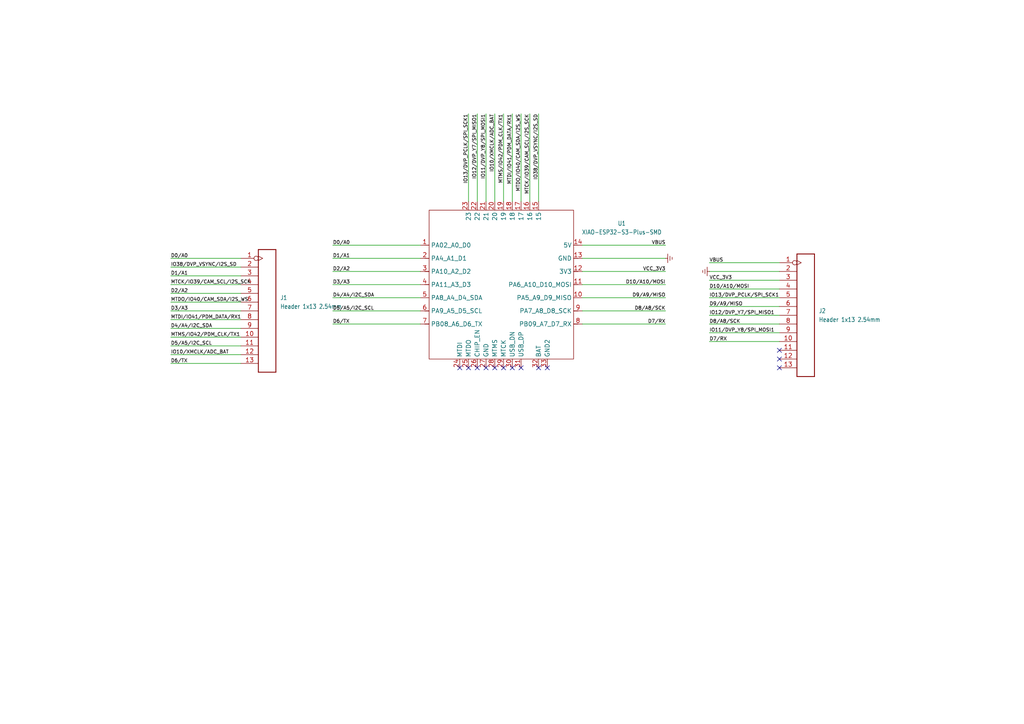
<source format=kicad_sch>
(kicad_sch
	(version 20231120)
	(generator "eeschema")
	(generator_version "8.0")
	(uuid "e02d99e3-5f77-45e9-93c4-8f328be9c463")
	(paper "A4")
	(lib_symbols
		(symbol "Connector/HEADER-11P_1"
			(exclude_from_sim no)
			(in_bom yes)
			(on_board yes)
			(property "Reference" "J1"
				(at 3.81 1.2701 0)
				(effects
					(font
						(size 1.27 1.0795)
					)
					(justify left)
				)
			)
			(property "Value" "Header 1x11 2.54mm"
				(at 3.81 -1.2699 0)
				(effects
					(font
						(size 1.27 1.0795)
					)
					(justify left)
				)
			)
			(property "Footprint" "Connector:H11-2.54-35"
				(at 0 0 0)
				(effects
					(font
						(size 1.27 1.27)
					)
					(hide yes)
				)
			)
			(property "Datasheet" ""
				(at 0 0 0)
				(effects
					(font
						(size 1.27 1.27)
					)
					(hide yes)
				)
			)
			(property "Description" "DIP Black Male Header VERT;1*11P-2.54-2.54-11.6/3.0mm"
				(at 0 0 0)
				(effects
					(font
						(size 1.27 1.27)
					)
					(hide yes)
				)
			)
			(property "Manufacturer" "思拓展"
				(at 0 0 0)
				(effects
					(font
						(size 1.27 1.27)
					)
					(hide yes)
				)
			)
			(property "MPN" ""
				(at 0 0 0)
				(effects
					(font
						(size 1.27 1.27)
					)
					(hide yes)
				)
			)
			(property "SKU" "HEADER-11P"
				(at 0 0 0)
				(effects
					(font
						(size 1.27 1.27)
					)
					(hide yes)
				)
			)
			(property "Part Type" "Header"
				(at 0 0 0)
				(effects
					(font
						(size 1.27 1.27)
					)
					(hide yes)
				)
			)
			(property "Rating" ""
				(at 0 0 0)
				(effects
					(font
						(size 1.27 1.27)
					)
				)
			)
			(property "Status" ""
				(at 0 0 0)
				(effects
					(font
						(size 1.27 1.27)
					)
					(hide yes)
				)
			)
			(property "Temperature" ""
				(at 0 0 0)
				(effects
					(font
						(size 1.27 1.27)
					)
					(hide yes)
				)
			)
			(property "Priority" ""
				(at 0 0 0)
				(effects
					(font
						(size 1.27 1.27)
					)
					(hide yes)
				)
			)
			(property "ki_fp_filters" "Connector:H11-2.54-35"
				(at 0 0 0)
				(effects
					(font
						(size 1.27 1.27)
					)
					(hide yes)
				)
			)
			(symbol "Connector/HEADER-11P_1_1_0"
				(polyline
					(pts
						(xy -2.54 -20.32) (xy -2.54 15.24)
					)
					(stroke
						(width 0.254)
						(type solid)
					)
					(fill
						(type none)
					)
				)
				(polyline
					(pts
						(xy -2.54 15.24) (xy 2.54 15.24)
					)
					(stroke
						(width 0.254)
						(type solid)
					)
					(fill
						(type none)
					)
				)
				(polyline
					(pts
						(xy 2.54 -20.32) (xy -2.54 -20.32)
					)
					(stroke
						(width 0.254)
						(type solid)
					)
					(fill
						(type none)
					)
				)
				(polyline
					(pts
						(xy 2.54 15.24) (xy 2.54 -20.32)
					)
					(stroke
						(width 0.254)
						(type solid)
					)
					(fill
						(type none)
					)
				)
				(pin passive inverted_clock
					(at -7.62 12.7 0)
					(length 5.08)
					(name "1"
						(effects
							(font
								(size 0 0)
							)
						)
					)
					(number "1"
						(effects
							(font
								(size 1.27 1.27)
							)
						)
					)
				)
				(pin passive line
					(at -7.62 -10.16 0)
					(length 5.08)
					(name "10"
						(effects
							(font
								(size 0 0)
							)
						)
					)
					(number "10"
						(effects
							(font
								(size 1.27 1.27)
							)
						)
					)
				)
				(pin passive line
					(at -7.62 -12.7 0)
					(length 5.08)
					(name "11"
						(effects
							(font
								(size 0 0)
							)
						)
					)
					(number "11"
						(effects
							(font
								(size 1.27 1.27)
							)
						)
					)
				)
				(pin passive line
					(at -7.62 -15.24 0)
					(length 5.08)
					(name "12"
						(effects
							(font
								(size 0 0)
							)
						)
					)
					(number "12"
						(effects
							(font
								(size 1.27 1.27)
							)
						)
					)
				)
				(pin passive line
					(at -7.62 -17.78 0)
					(length 5.08)
					(name "13"
						(effects
							(font
								(size 0 0)
							)
						)
					)
					(number "13"
						(effects
							(font
								(size 1.27 1.27)
							)
						)
					)
				)
				(pin passive line
					(at -7.62 10.16 0)
					(length 5.08)
					(name "2"
						(effects
							(font
								(size 0 0)
							)
						)
					)
					(number "2"
						(effects
							(font
								(size 1.27 1.27)
							)
						)
					)
				)
				(pin passive line
					(at -7.62 7.62 0)
					(length 5.08)
					(name "3"
						(effects
							(font
								(size 0 0)
							)
						)
					)
					(number "3"
						(effects
							(font
								(size 1.27 1.27)
							)
						)
					)
				)
				(pin passive line
					(at -7.62 5.08 0)
					(length 5.08)
					(name "4"
						(effects
							(font
								(size 0 0)
							)
						)
					)
					(number "4"
						(effects
							(font
								(size 1.27 1.27)
							)
						)
					)
				)
				(pin passive line
					(at -7.62 2.54 0)
					(length 5.08)
					(name "5"
						(effects
							(font
								(size 0 0)
							)
						)
					)
					(number "5"
						(effects
							(font
								(size 1.27 1.27)
							)
						)
					)
				)
				(pin passive line
					(at -7.62 0 0)
					(length 5.08)
					(name "6"
						(effects
							(font
								(size 0 0)
							)
						)
					)
					(number "6"
						(effects
							(font
								(size 1.27 1.27)
							)
						)
					)
				)
				(pin passive line
					(at -7.62 -2.54 0)
					(length 5.08)
					(name "7"
						(effects
							(font
								(size 0 0)
							)
						)
					)
					(number "7"
						(effects
							(font
								(size 1.27 1.27)
							)
						)
					)
				)
				(pin passive line
					(at -7.62 -5.08 0)
					(length 5.08)
					(name "8"
						(effects
							(font
								(size 0 0)
							)
						)
					)
					(number "8"
						(effects
							(font
								(size 1.27 1.27)
							)
						)
					)
				)
				(pin passive line
					(at -7.62 -7.62 0)
					(length 5.08)
					(name "9"
						(effects
							(font
								(size 0 0)
							)
						)
					)
					(number "9"
						(effects
							(font
								(size 1.27 1.27)
							)
						)
					)
				)
			)
		)
		(symbol "Seeed_Studio_XIAO_Series:XIAO-ESP32-S3-Plus-SMD"
			(exclude_from_sim no)
			(in_bom yes)
			(on_board yes)
			(property "Reference" "U"
				(at -21.59 24.13 0)
				(effects
					(font
						(size 1.27 1.0795)
					)
					(justify left bottom)
				)
			)
			(property "Value" "XIAO-ESP32-S3-Plus-SMD"
				(at -21.59 22.098 0)
				(effects
					(font
						(size 1.27 1.0795)
					)
					(justify left bottom)
				)
			)
			(property "Footprint" ""
				(at 0 0 0)
				(effects
					(font
						(size 1.27 1.27)
					)
					(hide yes)
				)
			)
			(property "Datasheet" ""
				(at 0 0 0)
				(effects
					(font
						(size 1.27 1.27)
					)
					(hide yes)
				)
			)
			(property "Description" ""
				(at 0 0 0)
				(effects
					(font
						(size 1.27 1.27)
					)
					(hide yes)
				)
			)
			(symbol "XIAO-ESP32-S3-Plus-SMD_0_1"
				(rectangle
					(start -21.59 21.59)
					(end 20.32 -21.59)
					(stroke
						(width 0)
						(type default)
					)
					(fill
						(type none)
					)
				)
			)
			(symbol "XIAO-ESP32-S3-Plus-SMD_1_0"
				(polyline
					(pts
						(xy -21.59 -11.43) (xy -22.86 -11.43)
					)
					(stroke
						(width 0.1524)
						(type solid)
					)
					(fill
						(type none)
					)
				)
				(polyline
					(pts
						(xy -21.59 -7.62) (xy -22.86 -7.62)
					)
					(stroke
						(width 0.1524)
						(type solid)
					)
					(fill
						(type none)
					)
				)
				(polyline
					(pts
						(xy -21.59 -3.81) (xy -22.86 -3.81)
					)
					(stroke
						(width 0.1524)
						(type solid)
					)
					(fill
						(type none)
					)
				)
				(polyline
					(pts
						(xy -21.59 0) (xy -22.86 0)
					)
					(stroke
						(width 0.1524)
						(type solid)
					)
					(fill
						(type none)
					)
				)
				(polyline
					(pts
						(xy -21.59 3.81) (xy -22.86 3.81)
					)
					(stroke
						(width 0.1524)
						(type solid)
					)
					(fill
						(type none)
					)
				)
				(polyline
					(pts
						(xy -21.59 7.62) (xy -22.86 7.62)
					)
					(stroke
						(width 0.1524)
						(type solid)
					)
					(fill
						(type none)
					)
				)
				(polyline
					(pts
						(xy -21.59 11.43) (xy -22.86 11.43)
					)
					(stroke
						(width 0.1524)
						(type solid)
					)
					(fill
						(type none)
					)
				)
				(polyline
					(pts
						(xy 21.59 -11.43) (xy 20.32 -11.43)
					)
					(stroke
						(width 0.1524)
						(type solid)
					)
					(fill
						(type none)
					)
				)
				(polyline
					(pts
						(xy 21.59 -7.62) (xy 20.32 -7.62)
					)
					(stroke
						(width 0.1524)
						(type solid)
					)
					(fill
						(type none)
					)
				)
				(polyline
					(pts
						(xy 21.59 -3.81) (xy 20.32 -3.81)
					)
					(stroke
						(width 0.1524)
						(type solid)
					)
					(fill
						(type none)
					)
				)
				(polyline
					(pts
						(xy 21.59 0) (xy 20.32 0)
					)
					(stroke
						(width 0.1524)
						(type solid)
					)
					(fill
						(type none)
					)
				)
				(polyline
					(pts
						(xy 21.59 3.81) (xy 20.32 3.81)
					)
					(stroke
						(width 0.1524)
						(type solid)
					)
					(fill
						(type none)
					)
				)
				(polyline
					(pts
						(xy 21.59 7.62) (xy 20.32 7.62)
					)
					(stroke
						(width 0.1524)
						(type solid)
					)
					(fill
						(type none)
					)
				)
				(polyline
					(pts
						(xy 21.59 11.43) (xy 20.32 11.43)
					)
					(stroke
						(width 0.1524)
						(type solid)
					)
					(fill
						(type none)
					)
				)
				(pin passive line
					(at -24.13 11.43 0)
					(length 2.54)
					(name "PA02_A0_D0"
						(effects
							(font
								(size 1.27 1.27)
							)
						)
					)
					(number "1"
						(effects
							(font
								(size 1.27 1.27)
							)
						)
					)
				)
				(pin passive line
					(at 22.86 -3.81 180)
					(length 2.54)
					(name "PA5_A9_D9_MISO"
						(effects
							(font
								(size 1.27 1.27)
							)
						)
					)
					(number "10"
						(effects
							(font
								(size 1.27 1.27)
							)
						)
					)
				)
				(pin passive line
					(at 22.86 0 180)
					(length 2.54)
					(name "PA6_A10_D10_MOSI"
						(effects
							(font
								(size 1.27 1.27)
							)
						)
					)
					(number "11"
						(effects
							(font
								(size 1.27 1.27)
							)
						)
					)
				)
				(pin passive line
					(at 22.86 3.81 180)
					(length 2.54)
					(name "3V3"
						(effects
							(font
								(size 1.27 1.27)
							)
						)
					)
					(number "12"
						(effects
							(font
								(size 1.27 1.27)
							)
						)
					)
				)
				(pin passive line
					(at 22.86 7.62 180)
					(length 2.54)
					(name "GND"
						(effects
							(font
								(size 1.27 1.27)
							)
						)
					)
					(number "13"
						(effects
							(font
								(size 1.27 1.27)
							)
						)
					)
				)
				(pin passive line
					(at 22.86 11.43 180)
					(length 2.54)
					(name "5V"
						(effects
							(font
								(size 1.27 1.27)
							)
						)
					)
					(number "14"
						(effects
							(font
								(size 1.27 1.27)
							)
						)
					)
				)
				(pin passive line
					(at -24.13 7.62 0)
					(length 2.54)
					(name "PA4_A1_D1"
						(effects
							(font
								(size 1.27 1.27)
							)
						)
					)
					(number "2"
						(effects
							(font
								(size 1.27 1.27)
							)
						)
					)
				)
				(pin passive line
					(at -24.13 3.81 0)
					(length 2.54)
					(name "PA10_A2_D2"
						(effects
							(font
								(size 1.27 1.27)
							)
						)
					)
					(number "3"
						(effects
							(font
								(size 1.27 1.27)
							)
						)
					)
				)
				(pin passive line
					(at -24.13 0 0)
					(length 2.54)
					(name "PA11_A3_D3"
						(effects
							(font
								(size 1.27 1.27)
							)
						)
					)
					(number "4"
						(effects
							(font
								(size 1.27 1.27)
							)
						)
					)
				)
				(pin passive line
					(at -24.13 -3.81 0)
					(length 2.54)
					(name "PA8_A4_D4_SDA"
						(effects
							(font
								(size 1.27 1.27)
							)
						)
					)
					(number "5"
						(effects
							(font
								(size 1.27 1.27)
							)
						)
					)
				)
				(pin passive line
					(at -24.13 -7.62 0)
					(length 2.54)
					(name "PA9_A5_D5_SCL"
						(effects
							(font
								(size 1.27 1.27)
							)
						)
					)
					(number "6"
						(effects
							(font
								(size 1.27 1.27)
							)
						)
					)
				)
				(pin passive line
					(at -24.13 -11.43 0)
					(length 2.54)
					(name "PB08_A6_D6_TX"
						(effects
							(font
								(size 1.27 1.27)
							)
						)
					)
					(number "7"
						(effects
							(font
								(size 1.27 1.27)
							)
						)
					)
				)
				(pin passive line
					(at 22.86 -11.43 180)
					(length 2.54)
					(name "PB09_A7_D7_RX"
						(effects
							(font
								(size 1.27 1.27)
							)
						)
					)
					(number "8"
						(effects
							(font
								(size 1.27 1.27)
							)
						)
					)
				)
				(pin passive line
					(at 22.86 -7.62 180)
					(length 2.54)
					(name "PA7_A8_D8_SCK"
						(effects
							(font
								(size 1.27 1.27)
							)
						)
					)
					(number "9"
						(effects
							(font
								(size 1.27 1.27)
							)
						)
					)
				)
			)
			(symbol "XIAO-ESP32-S3-Plus-SMD_1_1"
				(pin passive line
					(at 10.16 24.13 270)
					(length 2.54)
					(name "15"
						(effects
							(font
								(size 1.27 1.27)
							)
						)
					)
					(number "15"
						(effects
							(font
								(size 1.27 1.27)
							)
						)
					)
				)
				(pin passive line
					(at 7.62 24.13 270)
					(length 2.54)
					(name "16"
						(effects
							(font
								(size 1.27 1.27)
							)
						)
					)
					(number "16"
						(effects
							(font
								(size 1.27 1.27)
							)
						)
					)
				)
				(pin passive line
					(at 5.08 24.13 270)
					(length 2.54)
					(name "17"
						(effects
							(font
								(size 1.27 1.27)
							)
						)
					)
					(number "17"
						(effects
							(font
								(size 1.27 1.27)
							)
						)
					)
				)
				(pin passive line
					(at 2.54 24.13 270)
					(length 2.54)
					(name "18"
						(effects
							(font
								(size 1.27 1.27)
							)
						)
					)
					(number "18"
						(effects
							(font
								(size 1.27 1.27)
							)
						)
					)
				)
				(pin passive line
					(at 0 24.13 270)
					(length 2.54)
					(name "19"
						(effects
							(font
								(size 1.27 1.27)
							)
						)
					)
					(number "19"
						(effects
							(font
								(size 1.27 1.27)
							)
						)
					)
				)
				(pin passive line
					(at -2.54 24.13 270)
					(length 2.54)
					(name "20"
						(effects
							(font
								(size 1.27 1.27)
							)
						)
					)
					(number "20"
						(effects
							(font
								(size 1.27 1.27)
							)
						)
					)
				)
				(pin passive line
					(at -5.08 24.13 270)
					(length 2.54)
					(name "21"
						(effects
							(font
								(size 1.27 1.27)
							)
						)
					)
					(number "21"
						(effects
							(font
								(size 1.27 1.27)
							)
						)
					)
				)
				(pin passive line
					(at -7.62 24.13 270)
					(length 2.54)
					(name "22"
						(effects
							(font
								(size 1.27 1.27)
							)
						)
					)
					(number "22"
						(effects
							(font
								(size 1.27 1.27)
							)
						)
					)
				)
				(pin passive line
					(at -10.16 24.13 270)
					(length 2.54)
					(name "23"
						(effects
							(font
								(size 1.27 1.27)
							)
						)
					)
					(number "23"
						(effects
							(font
								(size 1.27 1.27)
							)
						)
					)
				)
				(pin passive line
					(at -12.7 -24.13 90)
					(length 2.54)
					(name "MTDI"
						(effects
							(font
								(size 1.27 1.27)
							)
						)
					)
					(number "24"
						(effects
							(font
								(size 1.27 1.27)
							)
						)
					)
				)
				(pin passive line
					(at -10.16 -24.13 90)
					(length 2.54)
					(name "MTDO"
						(effects
							(font
								(size 1.27 1.27)
							)
						)
					)
					(number "25"
						(effects
							(font
								(size 1.27 1.27)
							)
						)
					)
				)
				(pin passive line
					(at -7.62 -24.13 90)
					(length 2.54)
					(name "CHIP_EN"
						(effects
							(font
								(size 1.27 1.27)
							)
						)
					)
					(number "26"
						(effects
							(font
								(size 1.27 1.27)
							)
						)
					)
				)
				(pin passive line
					(at -5.08 -24.13 90)
					(length 2.54)
					(name "GND"
						(effects
							(font
								(size 1.27 1.27)
							)
						)
					)
					(number "27"
						(effects
							(font
								(size 1.27 1.27)
							)
						)
					)
				)
				(pin passive line
					(at -2.54 -24.13 90)
					(length 2.54)
					(name "MTMS"
						(effects
							(font
								(size 1.27 1.27)
							)
						)
					)
					(number "28"
						(effects
							(font
								(size 1.27 1.27)
							)
						)
					)
				)
				(pin passive line
					(at 0 -24.13 90)
					(length 2.54)
					(name "MTCK"
						(effects
							(font
								(size 1.27 1.27)
							)
						)
					)
					(number "29"
						(effects
							(font
								(size 1.27 1.27)
							)
						)
					)
				)
				(pin passive line
					(at 2.54 -24.13 90)
					(length 2.54)
					(name "USB_DN"
						(effects
							(font
								(size 1.27 1.27)
							)
						)
					)
					(number "30"
						(effects
							(font
								(size 1.27 1.27)
							)
						)
					)
				)
				(pin passive line
					(at 5.08 -24.13 90)
					(length 2.54)
					(name "USB_DP"
						(effects
							(font
								(size 1.27 1.27)
							)
						)
					)
					(number "31"
						(effects
							(font
								(size 1.27 1.27)
							)
						)
					)
				)
				(pin passive line
					(at 10.16 -24.13 90)
					(length 2.54)
					(name "BAT"
						(effects
							(font
								(size 1.27 1.27)
							)
						)
					)
					(number "32"
						(effects
							(font
								(size 1.27 1.27)
							)
						)
					)
				)
				(pin passive line
					(at 12.7 -24.13 90)
					(length 2.54)
					(name "GND2"
						(effects
							(font
								(size 1.27 1.27)
							)
						)
					)
					(number "33"
						(effects
							(font
								(size 1.27 1.27)
							)
						)
					)
				)
			)
		)
		(symbol "XIAO ESP32S3_v1.2_230725-eagle-import:GND_POWER"
			(power)
			(exclude_from_sim no)
			(in_bom yes)
			(on_board yes)
			(property "Reference" "#G"
				(at 0 0 0)
				(effects
					(font
						(size 1.27 1.27)
					)
					(hide yes)
				)
			)
			(property "Value" ""
				(at 0 0 0)
				(effects
					(font
						(size 1.27 1.27)
					)
					(hide yes)
				)
			)
			(property "Footprint" ""
				(at 0 0 0)
				(effects
					(font
						(size 1.27 1.27)
					)
					(hide yes)
				)
			)
			(property "Datasheet" ""
				(at 0 0 0)
				(effects
					(font
						(size 1.27 1.27)
					)
					(hide yes)
				)
			)
			(property "Description" ""
				(at 0 0 0)
				(effects
					(font
						(size 1.27 1.27)
					)
					(hide yes)
				)
			)
			(property "ki_locked" ""
				(at 0 0 0)
				(effects
					(font
						(size 1.27 1.27)
					)
				)
			)
			(symbol "GND_POWER_1_0"
				(polyline
					(pts
						(xy -1.27 -0.635) (xy 0 -0.635)
					)
					(stroke
						(width 0.1524)
						(type solid)
					)
					(fill
						(type none)
					)
				)
				(polyline
					(pts
						(xy -0.635 -1.27) (xy 0.635 -1.27)
					)
					(stroke
						(width 0.1524)
						(type solid)
					)
					(fill
						(type none)
					)
				)
				(polyline
					(pts
						(xy -0.3175 -1.905) (xy 0.3175 -1.905)
					)
					(stroke
						(width 0.1524)
						(type solid)
					)
					(fill
						(type none)
					)
				)
				(polyline
					(pts
						(xy 0 -0.635) (xy 1.27 -0.635)
					)
					(stroke
						(width 0.1524)
						(type solid)
					)
					(fill
						(type none)
					)
				)
				(polyline
					(pts
						(xy 0 0) (xy 0 -0.635)
					)
					(stroke
						(width 0.1524)
						(type solid)
					)
					(fill
						(type none)
					)
				)
				(pin power_in line
					(at 0 0 270)
					(length 0)
					(name "GND"
						(effects
							(font
								(size 0 0)
							)
						)
					)
					(number "1"
						(effects
							(font
								(size 0 0)
							)
						)
					)
				)
			)
		)
	)
	(no_connect
		(at 140.97 106.68)
		(uuid "11250020-525d-41e1-b7ac-28b94b603bd9")
	)
	(no_connect
		(at 226.06 104.14)
		(uuid "187d3671-a82b-447e-8d04-ef500a650536")
	)
	(no_connect
		(at 148.59 106.68)
		(uuid "53505aa5-9113-4c9a-9862-34c729289614")
	)
	(no_connect
		(at 156.21 106.68)
		(uuid "a0d9f141-1c33-4b9b-9603-74cdcae866d9")
	)
	(no_connect
		(at 158.75 106.68)
		(uuid "a23966e1-e901-42d7-87d7-6f1be7bbfeb5")
	)
	(no_connect
		(at 146.05 106.68)
		(uuid "c127c40f-6202-40de-8bdd-204f3cc3d520")
	)
	(no_connect
		(at 133.35 106.68)
		(uuid "cfdd12b5-c918-484b-89ac-bc489fb2cfa7")
	)
	(no_connect
		(at 135.89 106.68)
		(uuid "dba1694a-26c0-4afc-9e5f-5b8ecb3f4461")
	)
	(no_connect
		(at 151.13 106.68)
		(uuid "ddd78537-84e3-47a3-87a5-0c9ffe666c58")
	)
	(no_connect
		(at 138.43 106.68)
		(uuid "e90155f8-9be3-436c-affc-b54155721866")
	)
	(no_connect
		(at 143.51 106.68)
		(uuid "ea196616-c2b7-4bd5-9c96-f2b245a5bb16")
	)
	(no_connect
		(at 226.06 106.68)
		(uuid "f04c359c-3041-4be5-a3bb-00915b6b5a4c")
	)
	(no_connect
		(at 226.06 101.6)
		(uuid "f336e22b-bfe1-4abd-b9f0-90cfce61480d")
	)
	(wire
		(pts
			(xy 49.53 77.47) (xy 69.85 77.47)
		)
		(stroke
			(width 0)
			(type default)
		)
		(uuid "03695bad-f3f8-4e84-88fb-66e7022cba66")
	)
	(wire
		(pts
			(xy 49.53 95.25) (xy 69.85 95.25)
		)
		(stroke
			(width 0)
			(type default)
		)
		(uuid "094e476b-9f02-4cc0-9e3f-889fc063d993")
	)
	(wire
		(pts
			(xy 135.89 58.42) (xy 135.89 33.02)
		)
		(stroke
			(width 0)
			(type default)
		)
		(uuid "0ab99f06-1306-4365-8011-1337079d9a41")
	)
	(wire
		(pts
			(xy 168.91 71.12) (xy 193.04 71.12)
		)
		(stroke
			(width 0)
			(type default)
		)
		(uuid "0beb93e3-aa72-431b-a63b-00081cbb3e82")
	)
	(wire
		(pts
			(xy 148.59 33.02) (xy 148.59 58.42)
		)
		(stroke
			(width 0)
			(type default)
		)
		(uuid "1fc17fae-afb3-4007-8505-e9dfbd72e188")
	)
	(wire
		(pts
			(xy 146.05 33.02) (xy 146.05 58.42)
		)
		(stroke
			(width 0)
			(type default)
		)
		(uuid "25d6d794-7b14-4033-b7fa-23b0b4e4ca4a")
	)
	(wire
		(pts
			(xy 49.53 100.33) (xy 69.85 100.33)
		)
		(stroke
			(width 0)
			(type default)
		)
		(uuid "28ae6cb8-93d7-4459-b78f-e3ce11499e04")
	)
	(wire
		(pts
			(xy 168.91 90.17) (xy 193.04 90.17)
		)
		(stroke
			(width 0)
			(type default)
		)
		(uuid "340273d8-4ddf-496c-91e2-8dce1f901e34")
	)
	(wire
		(pts
			(xy 205.74 78.74) (xy 226.06 78.74)
		)
		(stroke
			(width 0)
			(type default)
		)
		(uuid "34181263-4659-44f3-adeb-a06ef5baac98")
	)
	(wire
		(pts
			(xy 49.53 90.17) (xy 69.85 90.17)
		)
		(stroke
			(width 0)
			(type default)
		)
		(uuid "3537e569-159a-4407-94dd-d0ccf9a75377")
	)
	(wire
		(pts
			(xy 205.74 81.28) (xy 226.06 81.28)
		)
		(stroke
			(width 0)
			(type default)
		)
		(uuid "3c8e71e9-88b1-4991-b3ec-8ccd2388401e")
	)
	(wire
		(pts
			(xy 96.52 71.12) (xy 121.92 71.12)
		)
		(stroke
			(width 0)
			(type default)
		)
		(uuid "46b05a31-cafb-4128-a676-f2654d4087ac")
	)
	(wire
		(pts
			(xy 49.53 82.55) (xy 69.85 82.55)
		)
		(stroke
			(width 0)
			(type default)
		)
		(uuid "4835de4d-df47-438c-8f31-0e755cce7371")
	)
	(wire
		(pts
			(xy 205.74 83.82) (xy 226.06 83.82)
		)
		(stroke
			(width 0)
			(type default)
		)
		(uuid "4ade7d2a-2ece-4195-b0b8-d48726276bd8")
	)
	(wire
		(pts
			(xy 49.53 105.41) (xy 69.85 105.41)
		)
		(stroke
			(width 0)
			(type default)
		)
		(uuid "549599ba-b440-434c-9547-654bf34a3a04")
	)
	(wire
		(pts
			(xy 205.74 76.2) (xy 226.06 76.2)
		)
		(stroke
			(width 0)
			(type default)
		)
		(uuid "6ea90741-1e39-46ff-81b6-5beefe6d75f0")
	)
	(wire
		(pts
			(xy 205.74 86.36) (xy 226.06 86.36)
		)
		(stroke
			(width 0)
			(type default)
		)
		(uuid "6fd2d412-66c1-417e-81c8-f150cd7ce16c")
	)
	(wire
		(pts
			(xy 205.74 93.98) (xy 226.06 93.98)
		)
		(stroke
			(width 0)
			(type default)
		)
		(uuid "6fe331f8-5225-4e8d-af4c-2233ff48181b")
	)
	(wire
		(pts
			(xy 168.91 74.93) (xy 193.04 74.93)
		)
		(stroke
			(width 0)
			(type default)
		)
		(uuid "7b374f49-806a-4f1e-a94a-a6d92cb3e2bd")
	)
	(wire
		(pts
			(xy 49.53 97.79) (xy 69.85 97.79)
		)
		(stroke
			(width 0)
			(type default)
		)
		(uuid "81d42e9f-195e-4e3a-bf06-86f2a4a0ad25")
	)
	(wire
		(pts
			(xy 151.13 33.02) (xy 151.13 58.42)
		)
		(stroke
			(width 0)
			(type default)
		)
		(uuid "86f8dec7-8b7f-4cb5-b24c-19fb7a043bea")
	)
	(wire
		(pts
			(xy 205.74 96.52) (xy 226.06 96.52)
		)
		(stroke
			(width 0)
			(type default)
		)
		(uuid "8a64fd13-8023-453c-8eae-eadfe15187a5")
	)
	(wire
		(pts
			(xy 96.52 74.93) (xy 121.92 74.93)
		)
		(stroke
			(width 0)
			(type default)
		)
		(uuid "8d0a35d7-8e61-42a5-be46-61748e2f90b2")
	)
	(wire
		(pts
			(xy 96.52 90.17) (xy 121.92 90.17)
		)
		(stroke
			(width 0)
			(type default)
		)
		(uuid "95acc18c-e606-43b5-af1f-2dc84582e0bd")
	)
	(wire
		(pts
			(xy 143.51 33.02) (xy 143.51 58.42)
		)
		(stroke
			(width 0)
			(type default)
		)
		(uuid "9a2e04c0-7413-4974-a070-670b649ba7f6")
	)
	(wire
		(pts
			(xy 49.53 87.63) (xy 69.85 87.63)
		)
		(stroke
			(width 0)
			(type default)
		)
		(uuid "9a4326e2-2261-4ea0-96a9-676077551a2b")
	)
	(wire
		(pts
			(xy 96.52 93.98) (xy 121.92 93.98)
		)
		(stroke
			(width 0)
			(type default)
		)
		(uuid "9bb4d014-d27d-4c95-a1ed-c49626fb2efc")
	)
	(wire
		(pts
			(xy 205.74 99.06) (xy 226.06 99.06)
		)
		(stroke
			(width 0)
			(type default)
		)
		(uuid "a1c14648-4b00-4e9c-9623-71e077a8eb47")
	)
	(wire
		(pts
			(xy 168.91 93.98) (xy 193.04 93.98)
		)
		(stroke
			(width 0)
			(type default)
		)
		(uuid "a5ee16ff-fd4d-42c2-8dc3-59d9aec1a5bc")
	)
	(wire
		(pts
			(xy 49.53 102.87) (xy 69.85 102.87)
		)
		(stroke
			(width 0)
			(type default)
		)
		(uuid "a7f0dd50-20c5-45b6-a841-6bb5f4cf9eba")
	)
	(wire
		(pts
			(xy 49.53 92.71) (xy 69.85 92.71)
		)
		(stroke
			(width 0)
			(type default)
		)
		(uuid "b43eb940-94d6-41ad-983a-60f1a5bd292e")
	)
	(wire
		(pts
			(xy 153.67 33.02) (xy 153.67 58.42)
		)
		(stroke
			(width 0)
			(type default)
		)
		(uuid "bd0da5d2-d9a2-47a7-bf82-f3bbe25ae0cd")
	)
	(wire
		(pts
			(xy 205.74 88.9) (xy 226.06 88.9)
		)
		(stroke
			(width 0)
			(type default)
		)
		(uuid "bf245e07-04f8-4053-9ee6-e90cf29f65a1")
	)
	(wire
		(pts
			(xy 138.43 58.42) (xy 138.43 33.02)
		)
		(stroke
			(width 0)
			(type default)
		)
		(uuid "c721e2d5-75d2-429f-9e78-524bc86d5087")
	)
	(wire
		(pts
			(xy 205.74 91.44) (xy 226.06 91.44)
		)
		(stroke
			(width 0)
			(type default)
		)
		(uuid "cb11795a-16b3-4e32-a5e8-425b140e2627")
	)
	(wire
		(pts
			(xy 96.52 82.55) (xy 121.92 82.55)
		)
		(stroke
			(width 0)
			(type default)
		)
		(uuid "d397e954-d85b-4cbf-8468-ca4b866deb97")
	)
	(wire
		(pts
			(xy 168.91 86.36) (xy 193.04 86.36)
		)
		(stroke
			(width 0)
			(type default)
		)
		(uuid "d4492ba4-b322-4c8f-979a-064068bba0d5")
	)
	(wire
		(pts
			(xy 168.91 82.55) (xy 193.04 82.55)
		)
		(stroke
			(width 0)
			(type default)
		)
		(uuid "d4d8153b-83e1-4682-ad14-da03ba1027de")
	)
	(wire
		(pts
			(xy 96.52 86.36) (xy 121.92 86.36)
		)
		(stroke
			(width 0)
			(type default)
		)
		(uuid "d6132bf1-86a6-486f-a0a6-d709344a094a")
	)
	(wire
		(pts
			(xy 49.53 74.93) (xy 69.85 74.93)
		)
		(stroke
			(width 0)
			(type default)
		)
		(uuid "d8c71ad3-b652-40a4-96b7-c041d64496ad")
	)
	(wire
		(pts
			(xy 49.53 80.01) (xy 69.85 80.01)
		)
		(stroke
			(width 0)
			(type default)
		)
		(uuid "dafc380b-616c-42e3-ae9f-ed17dc0b53e9")
	)
	(wire
		(pts
			(xy 168.91 78.74) (xy 193.04 78.74)
		)
		(stroke
			(width 0)
			(type default)
		)
		(uuid "e166f82d-e877-4ff2-bbab-acc2ccdea5c3")
	)
	(wire
		(pts
			(xy 96.52 78.74) (xy 121.92 78.74)
		)
		(stroke
			(width 0)
			(type default)
		)
		(uuid "e56ab70c-67a1-4d56-b013-e57a0f567332")
	)
	(wire
		(pts
			(xy 156.21 33.02) (xy 156.21 58.42)
		)
		(stroke
			(width 0)
			(type default)
		)
		(uuid "efbe0955-3783-447a-9f62-d03e0bc5a6c7")
	)
	(wire
		(pts
			(xy 140.97 58.42) (xy 140.97 33.02)
		)
		(stroke
			(width 0)
			(type default)
		)
		(uuid "f4b22c8d-2651-41f9-8db0-ab6a75103e98")
	)
	(wire
		(pts
			(xy 49.53 85.09) (xy 69.85 85.09)
		)
		(stroke
			(width 0)
			(type default)
		)
		(uuid "fc2537a1-6498-4ee2-bf38-4be2e619dbd8")
	)
	(label "VBUS"
		(at 193.04 71.12 180)
		(fields_autoplaced yes)
		(effects
			(font
				(size 1 1)
			)
			(justify right bottom)
		)
		(uuid "01f04e51-246a-4afa-8be5-bfe84c1a8cc8")
	)
	(label "MTDI{slash}IO41{slash}PDM_DATA{slash}RX1"
		(at 148.59 33.02 270)
		(fields_autoplaced yes)
		(effects
			(font
				(size 1 1)
			)
			(justify right bottom)
		)
		(uuid "03c8320d-f2d4-4e0e-8214-b2a7a98f2b42")
	)
	(label "D4{slash}A4{slash}I2C_SDA"
		(at 49.53 95.25 0)
		(fields_autoplaced yes)
		(effects
			(font
				(size 1 1)
			)
			(justify left bottom)
		)
		(uuid "06d0df73-0632-47a1-a2e0-25868e6147cf")
	)
	(label "D3{slash}A3"
		(at 96.52 82.55 0)
		(fields_autoplaced yes)
		(effects
			(font
				(size 1 1)
			)
			(justify left bottom)
		)
		(uuid "131f3130-e29e-42f6-82f5-fab23df70d7c")
	)
	(label "IO10{slash}XMCLK{slash}ADC_BAT"
		(at 49.53 102.87 0)
		(fields_autoplaced yes)
		(effects
			(font
				(size 1 1)
			)
			(justify left bottom)
		)
		(uuid "1b9c21b0-c89b-41c6-b34e-4130a30675e1")
	)
	(label "IO11{slash}DVP_Y8{slash}SPI_MOSI1"
		(at 140.97 33.02 270)
		(fields_autoplaced yes)
		(effects
			(font
				(size 1 1)
			)
			(justify right bottom)
		)
		(uuid "1bb63860-f117-4c4a-88e4-92b44d2b3883")
	)
	(label "D0{slash}A0"
		(at 96.52 71.12 0)
		(fields_autoplaced yes)
		(effects
			(font
				(size 1 1)
			)
			(justify left bottom)
		)
		(uuid "2110bc0d-3619-49fb-adb2-733d78dc0141")
	)
	(label "MTDI{slash}IO41{slash}PDM_DATA{slash}RX1"
		(at 49.53 92.71 0)
		(fields_autoplaced yes)
		(effects
			(font
				(size 1 1)
			)
			(justify left bottom)
		)
		(uuid "236b904c-8db2-4e48-b810-a6213d39afd2")
	)
	(label "D7{slash}RX"
		(at 205.74 99.06 0)
		(fields_autoplaced yes)
		(effects
			(font
				(size 1 1)
			)
			(justify left bottom)
		)
		(uuid "23b23f11-0c95-4a23-9fc3-5b63db0e2b7f")
	)
	(label "D6{slash}TX"
		(at 49.53 105.41 0)
		(fields_autoplaced yes)
		(effects
			(font
				(size 1 1)
			)
			(justify left bottom)
		)
		(uuid "258055aa-0df3-46b6-a0bd-29ae1acddbc6")
	)
	(label "D1{slash}A1"
		(at 49.53 80.01 0)
		(fields_autoplaced yes)
		(effects
			(font
				(size 1 1)
			)
			(justify left bottom)
		)
		(uuid "2c0981f8-b2c3-4940-af01-35dfb6abf092")
	)
	(label "D4{slash}A4{slash}I2C_SDA"
		(at 96.52 86.36 0)
		(fields_autoplaced yes)
		(effects
			(font
				(size 1 1)
			)
			(justify left bottom)
		)
		(uuid "2f056ea8-e49f-4559-8905-ff54884950f1")
	)
	(label "D7{slash}RX"
		(at 193.04 93.98 180)
		(fields_autoplaced yes)
		(effects
			(font
				(size 1 1)
			)
			(justify right bottom)
		)
		(uuid "39c59f6f-b667-461a-87b8-9ded76b3c2df")
	)
	(label "D1{slash}A1"
		(at 96.52 74.93 0)
		(fields_autoplaced yes)
		(effects
			(font
				(size 1 1)
			)
			(justify left bottom)
		)
		(uuid "3c487695-6b29-4011-9945-68cd7187aec7")
	)
	(label "IO11{slash}DVP_Y8{slash}SPI_MOSI1"
		(at 205.74 96.52 0)
		(fields_autoplaced yes)
		(effects
			(font
				(size 1 1)
			)
			(justify left bottom)
		)
		(uuid "43476628-6e49-47b3-a3c4-efb115768600")
	)
	(label "D9{slash}A9{slash}MISO"
		(at 193.04 86.36 180)
		(fields_autoplaced yes)
		(effects
			(font
				(size 1 1)
			)
			(justify right bottom)
		)
		(uuid "46e46c22-bb31-4fea-a74b-362ea2233a42")
	)
	(label "IO38{slash}DVP_VSYNC{slash}I2S_SD"
		(at 156.21 33.02 270)
		(fields_autoplaced yes)
		(effects
			(font
				(size 1 1)
			)
			(justify right bottom)
		)
		(uuid "4eb90ddf-1d7b-41a7-b008-0d9838147a65")
	)
	(label "D8{slash}A8{slash}SCK"
		(at 193.04 90.17 180)
		(fields_autoplaced yes)
		(effects
			(font
				(size 1 1)
			)
			(justify right bottom)
		)
		(uuid "546197d2-1b57-434d-b83b-f537ac1ee4be")
	)
	(label "D0{slash}A0"
		(at 49.53 74.93 0)
		(fields_autoplaced yes)
		(effects
			(font
				(size 1 1)
			)
			(justify left bottom)
		)
		(uuid "5e204b48-f860-486c-96f8-d6c9dcdf7b28")
	)
	(label "VBUS"
		(at 205.74 76.2 0)
		(fields_autoplaced yes)
		(effects
			(font
				(size 1 1)
			)
			(justify left bottom)
		)
		(uuid "600866a3-3dd9-4ba0-af38-2e6eedf48cd9")
	)
	(label "D3{slash}A3"
		(at 49.53 90.17 0)
		(fields_autoplaced yes)
		(effects
			(font
				(size 1 1)
			)
			(justify left bottom)
		)
		(uuid "6363aa68-de16-46a9-ac7d-a51bb119222b")
	)
	(label "MTCK{slash}IO39{slash}CAM_SCL{slash}I2S_SCK"
		(at 153.67 33.02 270)
		(fields_autoplaced yes)
		(effects
			(font
				(size 1 1)
			)
			(justify right bottom)
		)
		(uuid "65a5a454-d71b-4fbf-807d-0cc983172a91")
	)
	(label "MTDO{slash}IO40{slash}CAM_SDA{slash}I2S_WS"
		(at 49.53 87.63 0)
		(fields_autoplaced yes)
		(effects
			(font
				(size 1 1)
			)
			(justify left bottom)
		)
		(uuid "6f80afb7-c98b-45c9-9f81-70d3c6daf307")
	)
	(label "MTMS{slash}IO42{slash}PDM_CLK{slash}TX1"
		(at 146.05 33.02 270)
		(fields_autoplaced yes)
		(effects
			(font
				(size 1 1)
			)
			(justify right bottom)
		)
		(uuid "7a14828b-ca23-47f6-88c9-2747e41dfdf7")
	)
	(label "IO12{slash}DVP_Y7{slash}SPI_MISO1"
		(at 138.43 33.02 270)
		(fields_autoplaced yes)
		(effects
			(font
				(size 1 1)
			)
			(justify right bottom)
		)
		(uuid "7be0c6b9-3442-4c56-a397-51e87023e2bb")
	)
	(label "IO38{slash}DVP_VSYNC{slash}I2S_SD"
		(at 49.53 77.47 0)
		(fields_autoplaced yes)
		(effects
			(font
				(size 1 1)
			)
			(justify left bottom)
		)
		(uuid "9266be4e-8875-4aae-a7a2-cbc7483fb2fe")
	)
	(label "MTMS{slash}IO42{slash}PDM_CLK{slash}TX1"
		(at 49.53 97.79 0)
		(fields_autoplaced yes)
		(effects
			(font
				(size 1 1)
			)
			(justify left bottom)
		)
		(uuid "94061533-46ae-4a8f-b2af-d9c706495a7f")
	)
	(label "D10{slash}A10{slash}MOSI"
		(at 205.74 83.82 0)
		(fields_autoplaced yes)
		(effects
			(font
				(size 1 1)
			)
			(justify left bottom)
		)
		(uuid "97df7d22-94b8-42de-94ee-538fd9059324")
	)
	(label "IO12{slash}DVP_Y7{slash}SPI_MISO1"
		(at 205.74 91.44 0)
		(fields_autoplaced yes)
		(effects
			(font
				(size 1 1)
			)
			(justify left bottom)
		)
		(uuid "a0f54a21-73a8-4ff1-bb5c-c88f64d60bf9")
	)
	(label "D2{slash}A2"
		(at 49.53 85.09 0)
		(fields_autoplaced yes)
		(effects
			(font
				(size 1 1)
			)
			(justify left bottom)
		)
		(uuid "ab7652eb-33d9-4467-8ba2-dcdebcef7792")
	)
	(label "VCC_3V3"
		(at 193.04 78.74 180)
		(fields_autoplaced yes)
		(effects
			(font
				(size 1 1)
			)
			(justify right bottom)
		)
		(uuid "b5d69fb0-4b3b-4301-ae54-daaadf6eacc8")
	)
	(label "D6{slash}TX"
		(at 96.52 93.98 0)
		(fields_autoplaced yes)
		(effects
			(font
				(size 1 1)
			)
			(justify left bottom)
		)
		(uuid "bdfc9f50-333a-442e-8c5d-1bbbbc0a5256")
	)
	(label "D5{slash}A5{slash}I2C_SCL"
		(at 96.52 90.17 0)
		(fields_autoplaced yes)
		(effects
			(font
				(size 1 1)
			)
			(justify left bottom)
		)
		(uuid "be74310c-ddb0-47b4-a2b0-a7ea8c64d940")
	)
	(label "IO13{slash}DVP_PCLK{slash}SPI_SCK1"
		(at 135.89 33.02 270)
		(fields_autoplaced yes)
		(effects
			(font
				(size 1 1)
			)
			(justify right bottom)
		)
		(uuid "c1c98a23-fb37-410d-98ef-a7fa78316983")
	)
	(label "D10{slash}A10{slash}MOSI"
		(at 193.04 82.55 180)
		(fields_autoplaced yes)
		(effects
			(font
				(size 1 1)
			)
			(justify right bottom)
		)
		(uuid "cab879e0-0575-4c6f-ba8d-3c8ff705818c")
	)
	(label "D8{slash}A8{slash}SCK"
		(at 205.74 93.98 0)
		(fields_autoplaced yes)
		(effects
			(font
				(size 1 1)
			)
			(justify left bottom)
		)
		(uuid "cb45b73f-c08e-4a8d-8b51-aaf419b6cf55")
	)
	(label "IO13{slash}DVP_PCLK{slash}SPI_SCK1"
		(at 205.74 86.36 0)
		(fields_autoplaced yes)
		(effects
			(font
				(size 1 1)
			)
			(justify left bottom)
		)
		(uuid "d4227f81-bb0c-4891-aa12-4e549db804ee")
	)
	(label "IO10{slash}XMCLK{slash}ADC_BAT"
		(at 143.51 33.02 270)
		(fields_autoplaced yes)
		(effects
			(font
				(size 1 1)
			)
			(justify right bottom)
		)
		(uuid "d679674c-f27f-45c4-a587-b78b98f36822")
	)
	(label "MTCK{slash}IO39{slash}CAM_SCL{slash}I2S_SCK"
		(at 49.53 82.55 0)
		(fields_autoplaced yes)
		(effects
			(font
				(size 1 1)
			)
			(justify left bottom)
		)
		(uuid "d78056ea-70e1-4a2c-a7db-85bbdd541410")
	)
	(label "VCC_3V3"
		(at 205.74 81.28 0)
		(fields_autoplaced yes)
		(effects
			(font
				(size 1 1)
			)
			(justify left bottom)
		)
		(uuid "d8562740-87b3-45ab-a52b-c9f3505f2e51")
	)
	(label "D9{slash}A9{slash}MISO"
		(at 205.74 88.9 0)
		(fields_autoplaced yes)
		(effects
			(font
				(size 1 1)
			)
			(justify left bottom)
		)
		(uuid "de064e18-4c5f-426b-b07a-ed7fb2ae7fe2")
	)
	(label "D5{slash}A5{slash}I2C_SCL"
		(at 49.53 100.33 0)
		(fields_autoplaced yes)
		(effects
			(font
				(size 1 1)
			)
			(justify left bottom)
		)
		(uuid "e06f174b-7588-46da-8aa7-fd5d8813ba43")
	)
	(label "MTDO{slash}IO40{slash}CAM_SDA{slash}I2S_WS"
		(at 151.13 33.02 270)
		(fields_autoplaced yes)
		(effects
			(font
				(size 1 1)
			)
			(justify right bottom)
		)
		(uuid "e3cbb464-28ac-46ea-b085-05a7d5fb9932")
	)
	(label "D2{slash}A2"
		(at 96.52 78.74 0)
		(fields_autoplaced yes)
		(effects
			(font
				(size 1 1)
			)
			(justify left bottom)
		)
		(uuid "f2791f1c-c623-4776-9eef-2fb8a70e3608")
	)
	(symbol
		(lib_name "Connector/HEADER-11P_1")
		(lib_id "libdb:Connector/HEADER-11P")
		(at 233.68 88.9 0)
		(unit 1)
		(exclude_from_sim no)
		(in_bom yes)
		(on_board yes)
		(dnp no)
		(fields_autoplaced yes)
		(uuid "01c2c07e-b8f7-48fb-868a-6b8f86c2656d")
		(property "Reference" "J2"
			(at 237.49 90.1699 0)
			(effects
				(font
					(size 1.27 1.0795)
				)
				(justify left)
			)
		)
		(property "Value" "Header 1x13 2.54mm"
			(at 237.49 92.7099 0)
			(effects
				(font
					(size 1.27 1.0795)
				)
				(justify left)
			)
		)
		(property "Footprint" "Connector:H13-2.54-35"
			(at 233.68 88.9 0)
			(effects
				(font
					(size 1.27 1.27)
				)
				(hide yes)
			)
		)
		(property "Datasheet" ""
			(at 233.68 88.9 0)
			(effects
				(font
					(size 1.27 1.27)
				)
				(hide yes)
			)
		)
		(property "Description" "DIP Black Male Header VERT;1*13P-2.54-2.54-11.6/3.0mm"
			(at 233.68 88.9 0)
			(effects
				(font
					(size 1.27 1.27)
				)
				(hide yes)
			)
		)
		(property "Manufacturer" "思拓展"
			(at 233.68 88.9 0)
			(effects
				(font
					(size 1.27 1.27)
				)
				(hide yes)
			)
		)
		(property "MPN" ""
			(at 233.68 88.9 0)
			(effects
				(font
					(size 1.27 1.27)
				)
				(hide yes)
			)
		)
		(property "SKU" "HEADER-11P"
			(at 233.68 88.9 0)
			(effects
				(font
					(size 1.27 1.27)
				)
				(hide yes)
			)
		)
		(property "Part Type" "Header"
			(at 233.68 88.9 0)
			(effects
				(font
					(size 1.27 1.27)
				)
				(hide yes)
			)
		)
		(property "Rating" ""
			(at 233.68 88.9 0)
			(effects
				(font
					(size 1.27 1.27)
				)
			)
		)
		(property "Status" ""
			(at 233.68 88.9 0)
			(effects
				(font
					(size 1.27 1.27)
				)
				(hide yes)
			)
		)
		(property "Temperature" ""
			(at 233.68 88.9 0)
			(effects
				(font
					(size 1.27 1.27)
				)
				(hide yes)
			)
		)
		(property "Priority" ""
			(at 233.68 88.9 0)
			(effects
				(font
					(size 1.27 1.27)
				)
				(hide yes)
			)
		)
		(pin "1"
			(uuid "49337dfd-543a-42d8-be56-54a2de60b239")
		)
		(pin "10"
			(uuid "832e8649-198f-4888-a2ab-85a5223c640f")
		)
		(pin "11"
			(uuid "9c24f36c-f566-4ce7-b0b1-7b3fa368920d")
		)
		(pin "5"
			(uuid "4a21f0c7-128e-41be-9658-70c55afec945")
		)
		(pin "2"
			(uuid "567fee65-21a8-4984-ac54-cb6d1ecf0892")
		)
		(pin "9"
			(uuid "0252b8fb-ca28-4973-be33-6b50296920d7")
		)
		(pin "4"
			(uuid "ff8ead34-e890-4358-8b10-1c5983057dd2")
		)
		(pin "8"
			(uuid "d561263c-d472-40e7-9193-d00db6c80379")
		)
		(pin "3"
			(uuid "c0ff06d4-ee80-4ded-9bbe-5c5add5367d4")
		)
		(pin "6"
			(uuid "04f66bee-763f-4b3c-869b-62d1323c8276")
		)
		(pin "7"
			(uuid "47cffd66-11c4-4ee3-b326-ceba0018c2a8")
		)
		(pin "13"
			(uuid "018b0b85-23e5-4ac6-a363-d59b4d8d5867")
		)
		(pin "12"
			(uuid "8c4f232b-7cc8-4cae-9bff-3e23a3b5c00c")
		)
		(instances
			(project "XIAO Plus Base2 V1.0"
				(path "/e02d99e3-5f77-45e9-93c4-8f328be9c463"
					(reference "J2")
					(unit 1)
				)
			)
		)
	)
	(symbol
		(lib_id "XIAO ESP32S3_v1.2_230725-eagle-import:GND_POWER")
		(at 193.04 74.93 90)
		(unit 1)
		(exclude_from_sim no)
		(in_bom yes)
		(on_board yes)
		(dnp no)
		(uuid "04700570-9307-49ea-a79d-4f424d1f98e3")
		(property "Reference" "#G05"
			(at 193.04 74.93 0)
			(effects
				(font
					(size 1.27 1.27)
				)
				(hide yes)
			)
		)
		(property "Value" "GND_POWER"
			(at 193.04 74.93 0)
			(effects
				(font
					(size 1.27 1.27)
				)
				(hide yes)
			)
		)
		(property "Footprint" ""
			(at 193.04 74.93 0)
			(effects
				(font
					(size 1 1)
				)
				(hide yes)
			)
		)
		(property "Datasheet" ""
			(at 193.04 74.93 0)
			(effects
				(font
					(size 1 1)
				)
				(hide yes)
			)
		)
		(property "Description" ""
			(at 193.04 74.93 0)
			(effects
				(font
					(size 1 1)
				)
				(hide yes)
			)
		)
		(pin "1"
			(uuid "1417019c-069a-4394-846d-53e2a346467a")
		)
		(instances
			(project "XIAO Plus Base2 V1.0"
				(path "/e02d99e3-5f77-45e9-93c4-8f328be9c463"
					(reference "#G05")
					(unit 1)
				)
			)
		)
	)
	(symbol
		(lib_name "Connector/HEADER-11P_1")
		(lib_id "libdb:Connector/HEADER-11P")
		(at 77.47 87.63 0)
		(unit 1)
		(exclude_from_sim no)
		(in_bom yes)
		(on_board yes)
		(dnp no)
		(fields_autoplaced yes)
		(uuid "1beeaad1-4c92-4cff-9ed5-df968aad2b9e")
		(property "Reference" "J1"
			(at 81.28 86.3599 0)
			(effects
				(font
					(size 1.27 1.0795)
				)
				(justify left)
			)
		)
		(property "Value" "Header 1x13 2.54mm"
			(at 81.28 88.8999 0)
			(effects
				(font
					(size 1.27 1.0795)
				)
				(justify left)
			)
		)
		(property "Footprint" "Connector:H13-2.54-35"
			(at 77.47 87.63 0)
			(effects
				(font
					(size 1.27 1.27)
				)
				(hide yes)
			)
		)
		(property "Datasheet" ""
			(at 77.47 87.63 0)
			(effects
				(font
					(size 1.27 1.27)
				)
				(hide yes)
			)
		)
		(property "Description" "DIP Black Male Header VERT;1*13P-2.54-2.54-11.6/3.0mm"
			(at 77.47 87.63 0)
			(effects
				(font
					(size 1.27 1.27)
				)
				(hide yes)
			)
		)
		(property "Manufacturer" "思拓展"
			(at 77.47 87.63 0)
			(effects
				(font
					(size 1.27 1.27)
				)
				(hide yes)
			)
		)
		(property "MPN" ""
			(at 77.47 87.63 0)
			(effects
				(font
					(size 1.27 1.27)
				)
				(hide yes)
			)
		)
		(property "SKU" "HEADER-13P"
			(at 77.47 87.63 0)
			(effects
				(font
					(size 1.27 1.27)
				)
				(hide yes)
			)
		)
		(property "Part Type" "Header"
			(at 77.47 87.63 0)
			(effects
				(font
					(size 1.27 1.27)
				)
				(hide yes)
			)
		)
		(property "Rating" ""
			(at 77.47 87.63 0)
			(effects
				(font
					(size 1.27 1.27)
				)
			)
		)
		(property "Status" ""
			(at 77.47 87.63 0)
			(effects
				(font
					(size 1.27 1.27)
				)
				(hide yes)
			)
		)
		(property "Temperature" ""
			(at 77.47 87.63 0)
			(effects
				(font
					(size 1.27 1.27)
				)
				(hide yes)
			)
		)
		(property "Priority" ""
			(at 77.47 87.63 0)
			(effects
				(font
					(size 1.27 1.27)
				)
				(hide yes)
			)
		)
		(pin "1"
			(uuid "276f6f17-b0d7-4f4a-a1d4-1c195d75f34d")
		)
		(pin "10"
			(uuid "0925c5c9-cd89-4fb9-b64e-7dd497fed014")
		)
		(pin "11"
			(uuid "3fea0d35-6358-4fdc-88ae-5a0bc64c6484")
		)
		(pin "5"
			(uuid "61e14e07-e2c6-4e8a-81f4-28b5c467293d")
		)
		(pin "2"
			(uuid "9c335d7b-8461-4b72-b3f9-c4b3d0506b1f")
		)
		(pin "9"
			(uuid "923610fc-cb9b-416a-aa9f-5b24a7accb7f")
		)
		(pin "4"
			(uuid "6e0a9dd7-f76c-4896-955d-bf3001f11f62")
		)
		(pin "8"
			(uuid "0d26a296-f864-4921-8db7-74f19ad0957b")
		)
		(pin "3"
			(uuid "97177c1d-ec39-42f4-95f2-5b2ada6036ad")
		)
		(pin "6"
			(uuid "566430b6-7122-4df6-9bc7-59608f6f9942")
		)
		(pin "7"
			(uuid "671b71ef-a4e3-4896-85b2-ce1933eed870")
		)
		(pin "13"
			(uuid "98a56cdf-4c41-45a0-ab96-4796936beeaf")
		)
		(pin "12"
			(uuid "13a2876c-a96b-4b9f-94a6-149b787004fd")
		)
		(instances
			(project "XIAO Plus Base2 V1.0"
				(path "/e02d99e3-5f77-45e9-93c4-8f328be9c463"
					(reference "J1")
					(unit 1)
				)
			)
		)
	)
	(symbol
		(lib_id "Seeed_Studio_XIAO_Series:XIAO-ESP32-S3-Plus-SMD")
		(at 146.05 82.55 0)
		(unit 1)
		(exclude_from_sim no)
		(in_bom yes)
		(on_board yes)
		(dnp no)
		(fields_autoplaced yes)
		(uuid "503e6d1d-7322-4500-8f13-087b2934850f")
		(property "Reference" "U1"
			(at 180.34 64.8014 0)
			(effects
				(font
					(size 1.27 1.0795)
				)
			)
		)
		(property "Value" "XIAO-ESP32-S3-Plus-SMD"
			(at 180.34 67.3414 0)
			(effects
				(font
					(size 1.27 1.0795)
				)
			)
		)
		(property "Footprint" ""
			(at 146.05 82.55 0)
			(effects
				(font
					(size 1.27 1.27)
				)
				(hide yes)
			)
		)
		(property "Datasheet" ""
			(at 146.05 82.55 0)
			(effects
				(font
					(size 1.27 1.27)
				)
				(hide yes)
			)
		)
		(property "Description" ""
			(at 146.05 82.55 0)
			(effects
				(font
					(size 1.27 1.27)
				)
				(hide yes)
			)
		)
		(pin "2"
			(uuid "33208fd3-949b-4aa8-a9d2-964d9f160edb")
		)
		(pin "16"
			(uuid "fb4947ca-1d33-4764-b8fa-3c5c10e59cad")
		)
		(pin "3"
			(uuid "30402b15-06e8-4348-ad5a-226273205965")
		)
		(pin "15"
			(uuid "6ad1213d-9623-4fca-972d-0178e800a5cf")
		)
		(pin "17"
			(uuid "54a3e7cf-063b-4910-abf0-e49af458dee9")
		)
		(pin "20"
			(uuid "f264283c-c91b-4572-9e81-4b663622c9c2")
		)
		(pin "21"
			(uuid "f60e1850-244f-4ec8-b668-0094816006f5")
		)
		(pin "22"
			(uuid "0ee33e6f-475f-4682-8f66-ab02b122224f")
		)
		(pin "18"
			(uuid "f11f222c-f911-4d38-8236-8e97d3c12ac6")
		)
		(pin "11"
			(uuid "5293da80-8548-4205-a90a-02df4c81cc4d")
		)
		(pin "12"
			(uuid "b44c2b28-014f-4a96-8d0c-c846bef6357b")
		)
		(pin "1"
			(uuid "6f97e030-c07f-48e3-976d-304c86299e94")
		)
		(pin "10"
			(uuid "d6b8b187-551d-4c97-aa08-6567ddd69d7e")
		)
		(pin "13"
			(uuid "62ed8f6b-0cf9-4057-be44-c4c45faeefca")
		)
		(pin "14"
			(uuid "faf99761-bf8d-45dd-9cd1-ba34d3cbe6a6")
		)
		(pin "4"
			(uuid "522ed70d-5562-4d43-9b50-d773e7c5d74b")
		)
		(pin "5"
			(uuid "ffc9275a-0763-42b2-9c8c-35effd7591ef")
		)
		(pin "6"
			(uuid "31252b48-4912-4661-91ba-8bfe16d01e20")
		)
		(pin "7"
			(uuid "7bf479f3-f0c2-49c4-b42d-e9b90465cc68")
		)
		(pin "8"
			(uuid "2dbce1e4-9498-4cb5-954a-e3989bf71ab6")
		)
		(pin "9"
			(uuid "02526433-336c-4f9f-8779-41254343089e")
		)
		(pin "19"
			(uuid "62f0390c-6a48-477f-94d8-9c143808fdfd")
		)
		(pin "26"
			(uuid "e805a505-3ff9-4797-9d23-461d13670d0e")
		)
		(pin "29"
			(uuid "1b633e0b-afd6-42da-8241-4f2b7ce4f29d")
		)
		(pin "33"
			(uuid "12c5fd15-5ac2-47b9-997f-fa57903181c0")
		)
		(pin "30"
			(uuid "d26dd172-33c3-4a4b-8542-8858daf9269d")
		)
		(pin "23"
			(uuid "baae677f-a5d3-4f99-b1eb-9376d3ad927d")
		)
		(pin "27"
			(uuid "eeeee991-2f4a-4efb-ab54-f695a7748c06")
		)
		(pin "28"
			(uuid "bce29774-701f-4b01-8143-46e5ba25dec8")
		)
		(pin "31"
			(uuid "d9bd72e5-488f-4f87-b69f-48874c5208e6")
		)
		(pin "25"
			(uuid "80c827ac-dc94-426b-b9ee-3cf3ec66c0b4")
		)
		(pin "32"
			(uuid "fad7ea92-1b8b-467d-a83e-a12b627beb0d")
		)
		(pin "24"
			(uuid "5a743f89-6905-40e3-979e-2fce669cb255")
		)
		(instances
			(project "XIAO Plus Base2 V1.0"
				(path "/e02d99e3-5f77-45e9-93c4-8f328be9c463"
					(reference "U1")
					(unit 1)
				)
			)
		)
	)
	(symbol
		(lib_id "XIAO ESP32S3_v1.2_230725-eagle-import:GND_POWER")
		(at 205.74 78.74 270)
		(unit 1)
		(exclude_from_sim no)
		(in_bom yes)
		(on_board yes)
		(dnp no)
		(uuid "52f03b36-6997-4f56-a1e8-4a347951730c")
		(property "Reference" "#G06"
			(at 205.74 78.74 0)
			(effects
				(font
					(size 1.27 1.27)
				)
				(hide yes)
			)
		)
		(property "Value" "GND_POWER"
			(at 205.74 78.74 0)
			(effects
				(font
					(size 1.27 1.27)
				)
				(hide yes)
			)
		)
		(property "Footprint" ""
			(at 205.74 78.74 0)
			(effects
				(font
					(size 1 1)
				)
				(hide yes)
			)
		)
		(property "Datasheet" ""
			(at 205.74 78.74 0)
			(effects
				(font
					(size 1 1)
				)
				(hide yes)
			)
		)
		(property "Description" ""
			(at 205.74 78.74 0)
			(effects
				(font
					(size 1 1)
				)
				(hide yes)
			)
		)
		(pin "1"
			(uuid "faabc65a-c265-4742-a067-4f7f2c1bcce5")
		)
		(instances
			(project "XIAO Plus Base2 V1.0"
				(path "/e02d99e3-5f77-45e9-93c4-8f328be9c463"
					(reference "#G06")
					(unit 1)
				)
			)
		)
	)
	(sheet_instances
		(path "/"
			(page "1")
		)
	)
)
</source>
